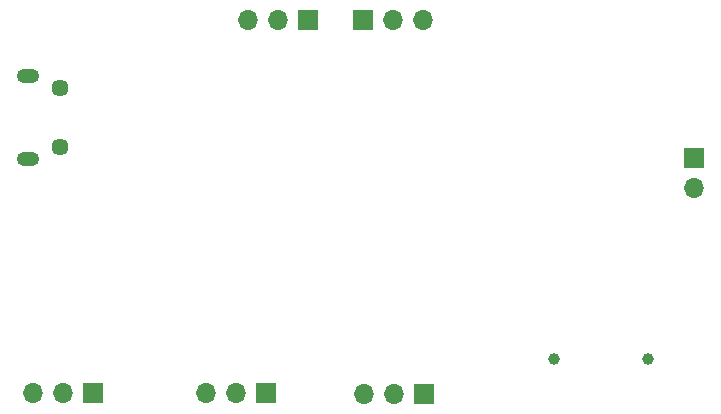
<source format=gbs>
G04 #@! TF.GenerationSoftware,KiCad,Pcbnew,8.0.7*
G04 #@! TF.CreationDate,2025-03-03T01:54:19+02:00*
G04 #@! TF.ProjectId,slug_v1_0,736c7567-5f76-4315-9f30-2e6b69636164,rev?*
G04 #@! TF.SameCoordinates,Original*
G04 #@! TF.FileFunction,Soldermask,Bot*
G04 #@! TF.FilePolarity,Negative*
%FSLAX46Y46*%
G04 Gerber Fmt 4.6, Leading zero omitted, Abs format (unit mm)*
G04 Created by KiCad (PCBNEW 8.0.7) date 2025-03-03 01:54:19*
%MOMM*%
%LPD*%
G01*
G04 APERTURE LIST*
%ADD10R,1.700000X1.700000*%
%ADD11O,1.700000X1.700000*%
%ADD12O,1.900000X1.200000*%
%ADD13C,1.450000*%
%ADD14C,1.000000*%
G04 APERTURE END LIST*
D10*
G04 #@! TO.C,SW4*
X88240000Y-101540000D03*
D11*
X85700000Y-101540000D03*
X83160000Y-101540000D03*
G04 #@! TD*
D12*
G04 #@! TO.C,J4*
X64562500Y-106340000D03*
D13*
X67262500Y-107340000D03*
X67262500Y-112340000D03*
D12*
X64562500Y-113340000D03*
G04 #@! TD*
D14*
G04 #@! TO.C,J8*
X117050000Y-130250000D03*
X109070000Y-130250000D03*
G04 #@! TD*
D10*
G04 #@! TO.C,J6*
X70027800Y-133172200D03*
D11*
X67487800Y-133172200D03*
X64947800Y-133172200D03*
G04 #@! TD*
D10*
G04 #@! TO.C,J7*
X84668600Y-133166000D03*
D11*
X82128600Y-133166000D03*
X79588600Y-133166000D03*
G04 #@! TD*
D10*
G04 #@! TO.C,J1*
X120950000Y-113250000D03*
D11*
X120950000Y-115790000D03*
G04 #@! TD*
D10*
G04 #@! TO.C,J5*
X98069400Y-133248400D03*
D11*
X95529400Y-133248400D03*
X92989400Y-133248400D03*
G04 #@! TD*
D10*
G04 #@! TO.C,J3*
X92920000Y-101600000D03*
D11*
X95460000Y-101600000D03*
X98000000Y-101600000D03*
G04 #@! TD*
M02*

</source>
